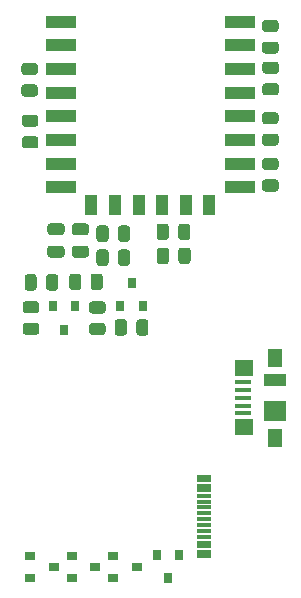
<source format=gbr>
G04 #@! TF.GenerationSoftware,KiCad,Pcbnew,5.1.8*
G04 #@! TF.CreationDate,2020-12-10T12:55:43+01:00*
G04 #@! TF.ProjectId,weather_station,77656174-6865-4725-9f73-746174696f6e,rev?*
G04 #@! TF.SameCoordinates,Original*
G04 #@! TF.FileFunction,Paste,Top*
G04 #@! TF.FilePolarity,Positive*
%FSLAX46Y46*%
G04 Gerber Fmt 4.6, Leading zero omitted, Abs format (unit mm)*
G04 Created by KiCad (PCBNEW 5.1.8) date 2020-12-10 12:55:43*
%MOMM*%
%LPD*%
G01*
G04 APERTURE LIST*
%ADD10R,0.900000X0.800000*%
%ADD11R,1.150000X0.300000*%
%ADD12R,1.900000X1.000000*%
%ADD13R,1.900000X1.800000*%
%ADD14R,1.300000X1.650000*%
%ADD15R,1.550000X1.425000*%
%ADD16R,1.380000X0.450000*%
%ADD17R,0.800000X0.900000*%
%ADD18R,2.500000X1.000000*%
%ADD19R,1.000000X1.800000*%
G04 APERTURE END LIST*
D10*
X145320000Y-135270000D03*
X143320000Y-136220000D03*
X143320000Y-134320000D03*
D11*
X154530000Y-127620000D03*
X154530000Y-128420000D03*
X154530000Y-133220000D03*
X154530000Y-134020000D03*
X154530000Y-134320000D03*
X154530000Y-133520000D03*
X154530000Y-132720000D03*
X154530000Y-132220000D03*
X154530000Y-131720000D03*
X154530000Y-131220000D03*
X154530000Y-130720000D03*
X154530000Y-130220000D03*
X154530000Y-129720000D03*
X154530000Y-129220000D03*
X154530000Y-128720000D03*
X154530000Y-127920000D03*
G36*
G01*
X152350000Y-107330002D02*
X152350000Y-106429998D01*
G75*
G02*
X152599998Y-106180000I249998J0D01*
G01*
X153125002Y-106180000D01*
G75*
G02*
X153375000Y-106429998I0J-249998D01*
G01*
X153375000Y-107330002D01*
G75*
G02*
X153125002Y-107580000I-249998J0D01*
G01*
X152599998Y-107580000D01*
G75*
G02*
X152350000Y-107330002I0J249998D01*
G01*
G37*
G36*
G01*
X150525000Y-107330002D02*
X150525000Y-106429998D01*
G75*
G02*
X150774998Y-106180000I249998J0D01*
G01*
X151300002Y-106180000D01*
G75*
G02*
X151550000Y-106429998I0J-249998D01*
G01*
X151550000Y-107330002D01*
G75*
G02*
X151300002Y-107580000I-249998J0D01*
G01*
X150774998Y-107580000D01*
G75*
G02*
X150525000Y-107330002I0J249998D01*
G01*
G37*
G36*
G01*
X150545000Y-109370002D02*
X150545000Y-108469998D01*
G75*
G02*
X150794998Y-108220000I249998J0D01*
G01*
X151320002Y-108220000D01*
G75*
G02*
X151570000Y-108469998I0J-249998D01*
G01*
X151570000Y-109370002D01*
G75*
G02*
X151320002Y-109620000I-249998J0D01*
G01*
X150794998Y-109620000D01*
G75*
G02*
X150545000Y-109370002I0J249998D01*
G01*
G37*
G36*
G01*
X152370000Y-109370002D02*
X152370000Y-108469998D01*
G75*
G02*
X152619998Y-108220000I249998J0D01*
G01*
X153145002Y-108220000D01*
G75*
G02*
X153395000Y-108469998I0J-249998D01*
G01*
X153395000Y-109370002D01*
G75*
G02*
X153145002Y-109620000I-249998J0D01*
G01*
X152619998Y-109620000D01*
G75*
G02*
X152370000Y-109370002I0J249998D01*
G01*
G37*
D12*
X160510000Y-119390000D03*
D13*
X160510000Y-122090000D03*
D14*
X160510000Y-117565000D03*
X160510000Y-124315000D03*
D15*
X157935000Y-118452500D03*
X157935000Y-123427500D03*
D16*
X157850000Y-119640000D03*
X157850000Y-120290000D03*
X157850000Y-120940000D03*
X157850000Y-121590000D03*
X157850000Y-122240000D03*
D17*
X151480000Y-136230000D03*
X150530000Y-134230000D03*
X152430000Y-134230000D03*
D10*
X148840000Y-135240000D03*
X146840000Y-136190000D03*
X146840000Y-134290000D03*
X141810000Y-135270000D03*
X139810000Y-136220000D03*
X139810000Y-134320000D03*
D18*
X142400000Y-89100000D03*
X142400000Y-91100000D03*
X142400000Y-93100000D03*
X142400000Y-95100000D03*
X142400000Y-97100000D03*
X142400000Y-99100000D03*
X142400000Y-101100000D03*
X142400000Y-103100000D03*
D19*
X145000000Y-104600000D03*
X147000000Y-104600000D03*
X149000000Y-104600000D03*
X151000000Y-104600000D03*
X153000000Y-104600000D03*
X155000000Y-104600000D03*
D18*
X157600000Y-103100000D03*
X157600000Y-101100000D03*
X157600000Y-99100000D03*
X157600000Y-97100000D03*
X157600000Y-95100000D03*
X157600000Y-93100000D03*
X157600000Y-91100000D03*
X157600000Y-89100000D03*
G36*
G01*
X160625002Y-95325000D02*
X159724998Y-95325000D01*
G75*
G02*
X159475000Y-95075002I0J249998D01*
G01*
X159475000Y-94549998D01*
G75*
G02*
X159724998Y-94300000I249998J0D01*
G01*
X160625002Y-94300000D01*
G75*
G02*
X160875000Y-94549998I0J-249998D01*
G01*
X160875000Y-95075002D01*
G75*
G02*
X160625002Y-95325000I-249998J0D01*
G01*
G37*
G36*
G01*
X160625002Y-93500000D02*
X159724998Y-93500000D01*
G75*
G02*
X159475000Y-93250002I0J249998D01*
G01*
X159475000Y-92724998D01*
G75*
G02*
X159724998Y-92475000I249998J0D01*
G01*
X160625002Y-92475000D01*
G75*
G02*
X160875000Y-92724998I0J-249998D01*
G01*
X160875000Y-93250002D01*
G75*
G02*
X160625002Y-93500000I-249998J0D01*
G01*
G37*
G36*
G01*
X140270002Y-97992500D02*
X139369998Y-97992500D01*
G75*
G02*
X139120000Y-97742502I0J249998D01*
G01*
X139120000Y-97217498D01*
G75*
G02*
X139369998Y-96967500I249998J0D01*
G01*
X140270002Y-96967500D01*
G75*
G02*
X140520000Y-97217498I0J-249998D01*
G01*
X140520000Y-97742502D01*
G75*
G02*
X140270002Y-97992500I-249998J0D01*
G01*
G37*
G36*
G01*
X140270002Y-99817500D02*
X139369998Y-99817500D01*
G75*
G02*
X139120000Y-99567502I0J249998D01*
G01*
X139120000Y-99042498D01*
G75*
G02*
X139369998Y-98792500I249998J0D01*
G01*
X140270002Y-98792500D01*
G75*
G02*
X140520000Y-99042498I0J-249998D01*
G01*
X140520000Y-99567502D01*
G75*
G02*
X140270002Y-99817500I-249998J0D01*
G01*
G37*
G36*
G01*
X159699998Y-96750000D02*
X160600002Y-96750000D01*
G75*
G02*
X160850000Y-96999998I0J-249998D01*
G01*
X160850000Y-97525002D01*
G75*
G02*
X160600002Y-97775000I-249998J0D01*
G01*
X159699998Y-97775000D01*
G75*
G02*
X159450000Y-97525002I0J249998D01*
G01*
X159450000Y-96999998D01*
G75*
G02*
X159699998Y-96750000I249998J0D01*
G01*
G37*
G36*
G01*
X159699998Y-98575000D02*
X160600002Y-98575000D01*
G75*
G02*
X160850000Y-98824998I0J-249998D01*
G01*
X160850000Y-99350002D01*
G75*
G02*
X160600002Y-99600000I-249998J0D01*
G01*
X159699998Y-99600000D01*
G75*
G02*
X159450000Y-99350002I0J249998D01*
G01*
X159450000Y-98824998D01*
G75*
G02*
X159699998Y-98575000I249998J0D01*
G01*
G37*
G36*
G01*
X160600002Y-89975000D02*
X159699998Y-89975000D01*
G75*
G02*
X159450000Y-89725002I0J249998D01*
G01*
X159450000Y-89199998D01*
G75*
G02*
X159699998Y-88950000I249998J0D01*
G01*
X160600002Y-88950000D01*
G75*
G02*
X160850000Y-89199998I0J-249998D01*
G01*
X160850000Y-89725002D01*
G75*
G02*
X160600002Y-89975000I-249998J0D01*
G01*
G37*
G36*
G01*
X160600002Y-91800000D02*
X159699998Y-91800000D01*
G75*
G02*
X159450000Y-91550002I0J249998D01*
G01*
X159450000Y-91024998D01*
G75*
G02*
X159699998Y-90775000I249998J0D01*
G01*
X160600002Y-90775000D01*
G75*
G02*
X160850000Y-91024998I0J-249998D01*
G01*
X160850000Y-91550002D01*
G75*
G02*
X160600002Y-91800000I-249998J0D01*
G01*
G37*
G36*
G01*
X143590000Y-106165000D02*
X144540000Y-106165000D01*
G75*
G02*
X144790000Y-106415000I0J-250000D01*
G01*
X144790000Y-106915000D01*
G75*
G02*
X144540000Y-107165000I-250000J0D01*
G01*
X143590000Y-107165000D01*
G75*
G02*
X143340000Y-106915000I0J250000D01*
G01*
X143340000Y-106415000D01*
G75*
G02*
X143590000Y-106165000I250000J0D01*
G01*
G37*
G36*
G01*
X143590000Y-108065000D02*
X144540000Y-108065000D01*
G75*
G02*
X144790000Y-108315000I0J-250000D01*
G01*
X144790000Y-108815000D01*
G75*
G02*
X144540000Y-109065000I-250000J0D01*
G01*
X143590000Y-109065000D01*
G75*
G02*
X143340000Y-108815000I0J250000D01*
G01*
X143340000Y-108315000D01*
G75*
G02*
X143590000Y-108065000I250000J0D01*
G01*
G37*
G36*
G01*
X141525000Y-106160000D02*
X142475000Y-106160000D01*
G75*
G02*
X142725000Y-106410000I0J-250000D01*
G01*
X142725000Y-106910000D01*
G75*
G02*
X142475000Y-107160000I-250000J0D01*
G01*
X141525000Y-107160000D01*
G75*
G02*
X141275000Y-106910000I0J250000D01*
G01*
X141275000Y-106410000D01*
G75*
G02*
X141525000Y-106160000I250000J0D01*
G01*
G37*
G36*
G01*
X141525000Y-108060000D02*
X142475000Y-108060000D01*
G75*
G02*
X142725000Y-108310000I0J-250000D01*
G01*
X142725000Y-108810000D01*
G75*
G02*
X142475000Y-109060000I-250000J0D01*
G01*
X141525000Y-109060000D01*
G75*
G02*
X141275000Y-108810000I0J250000D01*
G01*
X141275000Y-108310000D01*
G75*
G02*
X141525000Y-108060000I250000J0D01*
G01*
G37*
D17*
X148405000Y-111180000D03*
X149355000Y-113180000D03*
X147455000Y-113180000D03*
X143630000Y-113180000D03*
X141730000Y-113180000D03*
X142680000Y-115180000D03*
G36*
G01*
X140220002Y-95435000D02*
X139319998Y-95435000D01*
G75*
G02*
X139070000Y-95185002I0J249998D01*
G01*
X139070000Y-94659998D01*
G75*
G02*
X139319998Y-94410000I249998J0D01*
G01*
X140220002Y-94410000D01*
G75*
G02*
X140470000Y-94659998I0J-249998D01*
G01*
X140470000Y-95185002D01*
G75*
G02*
X140220002Y-95435000I-249998J0D01*
G01*
G37*
G36*
G01*
X140220002Y-93610000D02*
X139319998Y-93610000D01*
G75*
G02*
X139070000Y-93360002I0J249998D01*
G01*
X139070000Y-92834998D01*
G75*
G02*
X139319998Y-92585000I249998J0D01*
G01*
X140220002Y-92585000D01*
G75*
G02*
X140470000Y-92834998I0J-249998D01*
G01*
X140470000Y-93360002D01*
G75*
G02*
X140220002Y-93610000I-249998J0D01*
G01*
G37*
G36*
G01*
X148805000Y-115430002D02*
X148805000Y-114529998D01*
G75*
G02*
X149054998Y-114280000I249998J0D01*
G01*
X149580002Y-114280000D01*
G75*
G02*
X149830000Y-114529998I0J-249998D01*
G01*
X149830000Y-115430002D01*
G75*
G02*
X149580002Y-115680000I-249998J0D01*
G01*
X149054998Y-115680000D01*
G75*
G02*
X148805000Y-115430002I0J249998D01*
G01*
G37*
G36*
G01*
X146980000Y-115430002D02*
X146980000Y-114529998D01*
G75*
G02*
X147229998Y-114280000I249998J0D01*
G01*
X147755002Y-114280000D01*
G75*
G02*
X148005000Y-114529998I0J-249998D01*
G01*
X148005000Y-115430002D01*
G75*
G02*
X147755002Y-115680000I-249998J0D01*
G01*
X147229998Y-115680000D01*
G75*
G02*
X146980000Y-115430002I0J249998D01*
G01*
G37*
G36*
G01*
X143115000Y-111565002D02*
X143115000Y-110664998D01*
G75*
G02*
X143364998Y-110415000I249998J0D01*
G01*
X143890002Y-110415000D01*
G75*
G02*
X144140000Y-110664998I0J-249998D01*
G01*
X144140000Y-111565002D01*
G75*
G02*
X143890002Y-111815000I-249998J0D01*
G01*
X143364998Y-111815000D01*
G75*
G02*
X143115000Y-111565002I0J249998D01*
G01*
G37*
G36*
G01*
X144940000Y-111565002D02*
X144940000Y-110664998D01*
G75*
G02*
X145189998Y-110415000I249998J0D01*
G01*
X145715002Y-110415000D01*
G75*
G02*
X145965000Y-110664998I0J-249998D01*
G01*
X145965000Y-111565002D01*
G75*
G02*
X145715002Y-111815000I-249998J0D01*
G01*
X145189998Y-111815000D01*
G75*
G02*
X144940000Y-111565002I0J249998D01*
G01*
G37*
G36*
G01*
X145054998Y-114605000D02*
X145955002Y-114605000D01*
G75*
G02*
X146205000Y-114854998I0J-249998D01*
G01*
X146205000Y-115380002D01*
G75*
G02*
X145955002Y-115630000I-249998J0D01*
G01*
X145054998Y-115630000D01*
G75*
G02*
X144805000Y-115380002I0J249998D01*
G01*
X144805000Y-114854998D01*
G75*
G02*
X145054998Y-114605000I249998J0D01*
G01*
G37*
G36*
G01*
X145054998Y-112780000D02*
X145955002Y-112780000D01*
G75*
G02*
X146205000Y-113029998I0J-249998D01*
G01*
X146205000Y-113555002D01*
G75*
G02*
X145955002Y-113805000I-249998J0D01*
G01*
X145054998Y-113805000D01*
G75*
G02*
X144805000Y-113555002I0J249998D01*
G01*
X144805000Y-113029998D01*
G75*
G02*
X145054998Y-112780000I249998J0D01*
G01*
G37*
G36*
G01*
X141165000Y-111615002D02*
X141165000Y-110714998D01*
G75*
G02*
X141414998Y-110465000I249998J0D01*
G01*
X141940002Y-110465000D01*
G75*
G02*
X142190000Y-110714998I0J-249998D01*
G01*
X142190000Y-111615002D01*
G75*
G02*
X141940002Y-111865000I-249998J0D01*
G01*
X141414998Y-111865000D01*
G75*
G02*
X141165000Y-111615002I0J249998D01*
G01*
G37*
G36*
G01*
X139340000Y-111615002D02*
X139340000Y-110714998D01*
G75*
G02*
X139589998Y-110465000I249998J0D01*
G01*
X140115002Y-110465000D01*
G75*
G02*
X140365000Y-110714998I0J-249998D01*
G01*
X140365000Y-111615002D01*
G75*
G02*
X140115002Y-111865000I-249998J0D01*
G01*
X139589998Y-111865000D01*
G75*
G02*
X139340000Y-111615002I0J249998D01*
G01*
G37*
G36*
G01*
X139429998Y-112755000D02*
X140330002Y-112755000D01*
G75*
G02*
X140580000Y-113004998I0J-249998D01*
G01*
X140580000Y-113530002D01*
G75*
G02*
X140330002Y-113780000I-249998J0D01*
G01*
X139429998Y-113780000D01*
G75*
G02*
X139180000Y-113530002I0J249998D01*
G01*
X139180000Y-113004998D01*
G75*
G02*
X139429998Y-112755000I249998J0D01*
G01*
G37*
G36*
G01*
X139429998Y-114580000D02*
X140330002Y-114580000D01*
G75*
G02*
X140580000Y-114829998I0J-249998D01*
G01*
X140580000Y-115355002D01*
G75*
G02*
X140330002Y-115605000I-249998J0D01*
G01*
X139429998Y-115605000D01*
G75*
G02*
X139180000Y-115355002I0J249998D01*
G01*
X139180000Y-114829998D01*
G75*
G02*
X139429998Y-114580000I249998J0D01*
G01*
G37*
G36*
G01*
X159699998Y-102450000D02*
X160600002Y-102450000D01*
G75*
G02*
X160850000Y-102699998I0J-249998D01*
G01*
X160850000Y-103225002D01*
G75*
G02*
X160600002Y-103475000I-249998J0D01*
G01*
X159699998Y-103475000D01*
G75*
G02*
X159450000Y-103225002I0J249998D01*
G01*
X159450000Y-102699998D01*
G75*
G02*
X159699998Y-102450000I249998J0D01*
G01*
G37*
G36*
G01*
X159699998Y-100625000D02*
X160600002Y-100625000D01*
G75*
G02*
X160850000Y-100874998I0J-249998D01*
G01*
X160850000Y-101400002D01*
G75*
G02*
X160600002Y-101650000I-249998J0D01*
G01*
X159699998Y-101650000D01*
G75*
G02*
X159450000Y-101400002I0J249998D01*
G01*
X159450000Y-100874998D01*
G75*
G02*
X159699998Y-100625000I249998J0D01*
G01*
G37*
G36*
G01*
X145425000Y-109520002D02*
X145425000Y-108619998D01*
G75*
G02*
X145674998Y-108370000I249998J0D01*
G01*
X146200002Y-108370000D01*
G75*
G02*
X146450000Y-108619998I0J-249998D01*
G01*
X146450000Y-109520002D01*
G75*
G02*
X146200002Y-109770000I-249998J0D01*
G01*
X145674998Y-109770000D01*
G75*
G02*
X145425000Y-109520002I0J249998D01*
G01*
G37*
G36*
G01*
X147250000Y-109520002D02*
X147250000Y-108619998D01*
G75*
G02*
X147499998Y-108370000I249998J0D01*
G01*
X148025002Y-108370000D01*
G75*
G02*
X148275000Y-108619998I0J-249998D01*
G01*
X148275000Y-109520002D01*
G75*
G02*
X148025002Y-109770000I-249998J0D01*
G01*
X147499998Y-109770000D01*
G75*
G02*
X147250000Y-109520002I0J249998D01*
G01*
G37*
G36*
G01*
X145425000Y-107490002D02*
X145425000Y-106589998D01*
G75*
G02*
X145674998Y-106340000I249998J0D01*
G01*
X146200002Y-106340000D01*
G75*
G02*
X146450000Y-106589998I0J-249998D01*
G01*
X146450000Y-107490002D01*
G75*
G02*
X146200002Y-107740000I-249998J0D01*
G01*
X145674998Y-107740000D01*
G75*
G02*
X145425000Y-107490002I0J249998D01*
G01*
G37*
G36*
G01*
X147250000Y-107490002D02*
X147250000Y-106589998D01*
G75*
G02*
X147499998Y-106340000I249998J0D01*
G01*
X148025002Y-106340000D01*
G75*
G02*
X148275000Y-106589998I0J-249998D01*
G01*
X148275000Y-107490002D01*
G75*
G02*
X148025002Y-107740000I-249998J0D01*
G01*
X147499998Y-107740000D01*
G75*
G02*
X147250000Y-107490002I0J249998D01*
G01*
G37*
M02*

</source>
